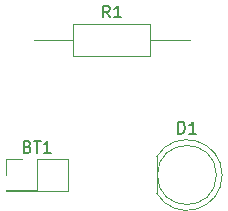
<source format=gbr>
%TF.GenerationSoftware,KiCad,Pcbnew,6.0.4-6f826c9f35~116~ubuntu20.04.1*%
%TF.CreationDate,2022-05-06T19:33:47-03:00*%
%TF.ProjectId,highLed,68696768-4c65-4642-9e6b-696361645f70,rev?*%
%TF.SameCoordinates,Original*%
%TF.FileFunction,Legend,Top*%
%TF.FilePolarity,Positive*%
%FSLAX46Y46*%
G04 Gerber Fmt 4.6, Leading zero omitted, Abs format (unit mm)*
G04 Created by KiCad (PCBNEW 6.0.4-6f826c9f35~116~ubuntu20.04.1) date 2022-05-06 19:33:47*
%MOMM*%
%LPD*%
G01*
G04 APERTURE LIST*
%ADD10C,0.150000*%
%ADD11C,0.120000*%
G04 APERTURE END LIST*
D10*
%TO.C,R1*%
X144613333Y-85712380D02*
X144280000Y-85236190D01*
X144041904Y-85712380D02*
X144041904Y-84712380D01*
X144422857Y-84712380D01*
X144518095Y-84760000D01*
X144565714Y-84807619D01*
X144613333Y-84902857D01*
X144613333Y-85045714D01*
X144565714Y-85140952D01*
X144518095Y-85188571D01*
X144422857Y-85236190D01*
X144041904Y-85236190D01*
X145565714Y-85712380D02*
X144994285Y-85712380D01*
X145280000Y-85712380D02*
X145280000Y-84712380D01*
X145184761Y-84855238D01*
X145089523Y-84950476D01*
X144994285Y-84998095D01*
%TO.C,D1*%
X150391904Y-95552380D02*
X150391904Y-94552380D01*
X150630000Y-94552380D01*
X150772857Y-94600000D01*
X150868095Y-94695238D01*
X150915714Y-94790476D01*
X150963333Y-94980952D01*
X150963333Y-95123809D01*
X150915714Y-95314285D01*
X150868095Y-95409523D01*
X150772857Y-95504761D01*
X150630000Y-95552380D01*
X150391904Y-95552380D01*
X151915714Y-95552380D02*
X151344285Y-95552380D01*
X151630000Y-95552380D02*
X151630000Y-94552380D01*
X151534761Y-94695238D01*
X151439523Y-94790476D01*
X151344285Y-94838095D01*
%TO.C,BT1*%
X137644285Y-96658571D02*
X137787142Y-96706190D01*
X137834761Y-96753809D01*
X137882380Y-96849047D01*
X137882380Y-96991904D01*
X137834761Y-97087142D01*
X137787142Y-97134761D01*
X137691904Y-97182380D01*
X137310952Y-97182380D01*
X137310952Y-96182380D01*
X137644285Y-96182380D01*
X137739523Y-96230000D01*
X137787142Y-96277619D01*
X137834761Y-96372857D01*
X137834761Y-96468095D01*
X137787142Y-96563333D01*
X137739523Y-96610952D01*
X137644285Y-96658571D01*
X137310952Y-96658571D01*
X138168095Y-96182380D02*
X138739523Y-96182380D01*
X138453809Y-97182380D02*
X138453809Y-96182380D01*
X139596666Y-97182380D02*
X139025238Y-97182380D01*
X139310952Y-97182380D02*
X139310952Y-96182380D01*
X139215714Y-96325238D01*
X139120476Y-96420476D01*
X139025238Y-96468095D01*
D11*
%TO.C,R1*%
X148050000Y-89000000D02*
X148050000Y-86260000D01*
X151360000Y-87630000D02*
X148050000Y-87630000D01*
X148050000Y-86260000D02*
X141510000Y-86260000D01*
X141510000Y-89000000D02*
X148050000Y-89000000D01*
X141510000Y-86260000D02*
X141510000Y-89000000D01*
X138200000Y-87630000D02*
X141510000Y-87630000D01*
%TO.C,D1*%
X148570000Y-97515000D02*
X148570000Y-100605000D01*
X148570000Y-100604830D02*
G75*
G03*
X154120000Y-99059538I2560000J1544830D01*
G01*
X154120000Y-99060462D02*
G75*
G03*
X148570000Y-97515170I-2990000J462D01*
G01*
X153630000Y-99060000D02*
G75*
G03*
X153630000Y-99060000I-2500000J0D01*
G01*
%TO.C,BT1*%
X135830000Y-97730000D02*
X137160000Y-97730000D01*
X135830000Y-99060000D02*
X135830000Y-97730000D01*
X135830000Y-100330000D02*
X135830000Y-100390000D01*
X138430000Y-100330000D02*
X138430000Y-97730000D01*
X135830000Y-100330000D02*
X138430000Y-100330000D01*
X138430000Y-97730000D02*
X141030000Y-97730000D01*
X135830000Y-100390000D02*
X141030000Y-100390000D01*
X141030000Y-97730000D02*
X141030000Y-100390000D01*
%TD*%
M02*

</source>
